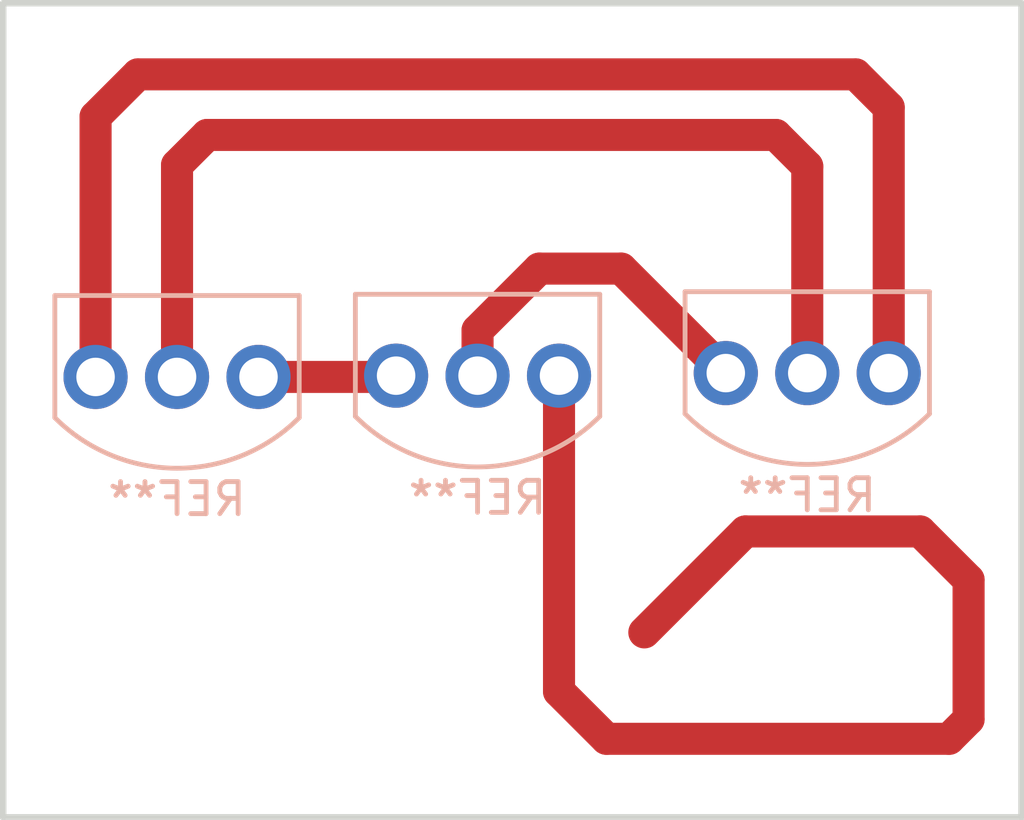
<source format=kicad_pcb>
(kicad_pcb (version 20171130) (host pcbnew "(5.0.2)-1")

  (general
    (thickness 1.6)
    (drawings 4)
    (tracks 24)
    (zones 0)
    (modules 3)
    (nets 1)
  )

  (page A4)
  (layers
    (0 F.Cu signal)
    (31 B.Cu signal)
    (32 B.Adhes user)
    (33 F.Adhes user)
    (34 B.Paste user)
    (35 F.Paste user)
    (36 B.SilkS user)
    (37 F.SilkS user)
    (38 B.Mask user)
    (39 F.Mask user)
    (40 Dwgs.User user)
    (41 Cmts.User user)
    (42 Eco1.User user)
    (43 Eco2.User user)
    (44 Edge.Cuts user)
    (45 Margin user)
    (46 B.CrtYd user)
    (47 F.CrtYd user)
    (48 B.Fab user)
    (49 F.Fab user)
  )

  (setup
    (last_trace_width 1)
    (trace_clearance 0.2)
    (zone_clearance 0.508)
    (zone_45_only no)
    (trace_min 0.2)
    (segment_width 0.2)
    (edge_width 0.1)
    (via_size 0.8)
    (via_drill 0.4)
    (via_min_size 0.4)
    (via_min_drill 0.3)
    (uvia_size 0.3)
    (uvia_drill 0.1)
    (uvias_allowed no)
    (uvia_min_size 0.2)
    (uvia_min_drill 0.1)
    (pcb_text_width 0.3)
    (pcb_text_size 1.5 1.5)
    (mod_edge_width 0.15)
    (mod_text_size 1 1)
    (mod_text_width 0.15)
    (pad_size 1.5 1.5)
    (pad_drill 0.6)
    (pad_to_mask_clearance 0)
    (solder_mask_min_width 0.25)
    (aux_axis_origin 0 0)
    (visible_elements 7FFFFFFF)
    (pcbplotparams
      (layerselection 0x00000_7fffffff)
      (usegerberextensions false)
      (usegerberattributes false)
      (usegerberadvancedattributes false)
      (creategerberjobfile false)
      (excludeedgelayer true)
      (linewidth 0.100000)
      (plotframeref false)
      (viasonmask false)
      (mode 1)
      (useauxorigin false)
      (hpglpennumber 1)
      (hpglpenspeed 20)
      (hpglpendiameter 15.000000)
      (psnegative false)
      (psa4output false)
      (plotreference true)
      (plotvalue true)
      (plotinvisibletext false)
      (padsonsilk false)
      (subtractmaskfromsilk false)
      (outputformat 1)
      (mirror false)
      (drillshape 0)
      (scaleselection 1)
      (outputdirectory "../PCB PRUEBA TALADRO/"))
  )

  (net 0 "")

  (net_class Default "Esta es la clase de red por defecto."
    (clearance 0.2)
    (trace_width 1)
    (via_dia 0.8)
    (via_drill 0.4)
    (uvia_dia 0.3)
    (uvia_drill 0.1)
  )

  (module ProyectoCorcho:Transistor1 (layer F.Cu) (tedit 5C9A0721) (tstamp 5CAF2CB0)
    (at 120.2 67.5)
    (fp_text reference REF** (at 0 3.81) (layer B.SilkS)
      (effects (font (size 1 1) (thickness 0.15)) (justify mirror))
    )
    (fp_text value Transistor1 (at 0 -3.81) (layer F.Fab)
      (effects (font (size 1 1) (thickness 0.15)))
    )
    (fp_arc (start 0 -2.54) (end 3.81 1.27) (angle 90) (layer B.SilkS) (width 0.15))
    (fp_line (start 3.81 -2.54) (end 3.81 1.27) (layer B.SilkS) (width 0.15))
    (fp_line (start -3.81 -2.54) (end 3.81 -2.54) (layer B.SilkS) (width 0.15))
    (fp_line (start -3.81 1.27) (end -3.81 -2.54) (layer B.SilkS) (width 0.15))
    (pad 3 thru_hole circle (at 2.54 0) (size 2 2) (drill 1.2) (layers *.Cu *.Mask))
    (pad 2 thru_hole circle (at 0 0) (size 2 2) (drill 1.2) (layers *.Cu *.Mask))
    (pad 1 thru_hole circle (at -2.54 0) (size 2 2) (drill 1.2) (layers *.Cu *.Mask))
  )

  (module ProyectoCorcho:Transistor1 (layer F.Cu) (tedit 5C9A0721) (tstamp 5CAF2CC5)
    (at 130.48 67.42)
    (fp_text reference REF** (at 0 3.81) (layer B.SilkS)
      (effects (font (size 1 1) (thickness 0.15)) (justify mirror))
    )
    (fp_text value Transistor1 (at 0 -3.81) (layer F.Fab)
      (effects (font (size 1 1) (thickness 0.15)))
    )
    (fp_arc (start 0 -2.54) (end 3.81 1.27) (angle 90) (layer B.SilkS) (width 0.15))
    (fp_line (start 3.81 -2.54) (end 3.81 1.27) (layer B.SilkS) (width 0.15))
    (fp_line (start -3.81 -2.54) (end 3.81 -2.54) (layer B.SilkS) (width 0.15))
    (fp_line (start -3.81 1.27) (end -3.81 -2.54) (layer B.SilkS) (width 0.15))
    (pad 3 thru_hole circle (at 2.54 0) (size 2 2) (drill 1.2) (layers *.Cu *.Mask))
    (pad 2 thru_hole circle (at 0 0) (size 2 2) (drill 1.2) (layers *.Cu *.Mask))
    (pad 1 thru_hole circle (at -2.54 0) (size 2 2) (drill 1.2) (layers *.Cu *.Mask))
  )

  (module ProyectoCorcho:Transistor1 (layer F.Cu) (tedit 5C9A0721) (tstamp 5CAF2CDB)
    (at 110.83 67.54)
    (fp_text reference REF** (at 0 3.81) (layer B.SilkS)
      (effects (font (size 1 1) (thickness 0.15)) (justify mirror))
    )
    (fp_text value Transistor1 (at 0 -3.81) (layer F.Fab)
      (effects (font (size 1 1) (thickness 0.15)))
    )
    (fp_arc (start 0 -2.54) (end 3.81 1.27) (angle 90) (layer B.SilkS) (width 0.15))
    (fp_line (start 3.81 -2.54) (end 3.81 1.27) (layer B.SilkS) (width 0.15))
    (fp_line (start -3.81 -2.54) (end 3.81 -2.54) (layer B.SilkS) (width 0.15))
    (fp_line (start -3.81 1.27) (end -3.81 -2.54) (layer B.SilkS) (width 0.15))
    (pad 3 thru_hole circle (at 2.54 0) (size 2 2) (drill 1.2) (layers *.Cu *.Mask))
    (pad 2 thru_hole circle (at 0 0) (size 2 2) (drill 1.2) (layers *.Cu *.Mask))
    (pad 1 thru_hole circle (at -2.54 0) (size 2 2) (drill 1.2) (layers *.Cu *.Mask))
  )

  (gr_line (start 137.16 55.88) (end 105.41 55.88) (layer Edge.Cuts) (width 0.2))
  (gr_line (start 137.16 81.28) (end 137.16 55.88) (layer Edge.Cuts) (width 0.2))
  (gr_line (start 105.41 81.28) (end 137.16 81.28) (layer Edge.Cuts) (width 0.2))
  (gr_line (start 105.41 55.88) (end 105.41 81.28) (layer Edge.Cuts) (width 0.2))

  (segment (start 108.29 67.54) (end 108.29 59.42) (width 1) (layer F.Cu) (net 0))
  (segment (start 108.29 59.42) (end 109.61 58.1) (width 1) (layer F.Cu) (net 0))
  (segment (start 109.61 58.1) (end 131.99 58.1) (width 1) (layer F.Cu) (net 0))
  (segment (start 133.02 59.13) (end 133.02 67.42) (width 1) (layer F.Cu) (net 0))
  (segment (start 131.99 58.1) (end 133.02 59.13) (width 1) (layer F.Cu) (net 0))
  (segment (start 110.83 67.54) (end 110.83 60.93) (width 1) (layer F.Cu) (net 0))
  (segment (start 110.83 60.93) (end 111.77 59.99) (width 1) (layer F.Cu) (net 0))
  (segment (start 111.77 59.99) (end 129.5 59.99) (width 1) (layer F.Cu) (net 0))
  (segment (start 130.48 60.97) (end 130.48 67.42) (width 1) (layer F.Cu) (net 0))
  (segment (start 129.5 59.99) (end 130.48 60.97) (width 1) (layer F.Cu) (net 0))
  (segment (start 117.62 67.54) (end 117.66 67.5) (width 1) (layer F.Cu) (net 0))
  (segment (start 113.37 67.54) (end 117.62 67.54) (width 1) (layer F.Cu) (net 0))
  (segment (start 122.74 67.5) (end 122.74 77.35) (width 1) (layer F.Cu) (net 0))
  (segment (start 122.74 77.35) (end 124.22 78.83) (width 1) (layer F.Cu) (net 0))
  (segment (start 124.22 78.83) (end 134.9 78.83) (width 1) (layer F.Cu) (net 0))
  (segment (start 134.9 78.83) (end 135.51 78.22) (width 1) (layer F.Cu) (net 0))
  (segment (start 135.51 78.22) (end 135.51 73.87) (width 1) (layer F.Cu) (net 0))
  (segment (start 135.51 73.87) (end 134 72.36) (width 1) (layer F.Cu) (net 0))
  (segment (start 134 72.36) (end 128.55 72.36) (width 1) (layer F.Cu) (net 0))
  (segment (start 128.55 72.36) (end 125.4 75.51) (width 1) (layer F.Cu) (net 0))
  (segment (start 124.68 64.16) (end 127.94 67.42) (width 1) (layer F.Cu) (net 0))
  (segment (start 122.125787 64.16) (end 124.68 64.16) (width 1) (layer F.Cu) (net 0))
  (segment (start 120.2 66.085787) (end 122.125787 64.16) (width 1) (layer F.Cu) (net 0))
  (segment (start 120.2 67.5) (end 120.2 66.085787) (width 1) (layer F.Cu) (net 0))

)

</source>
